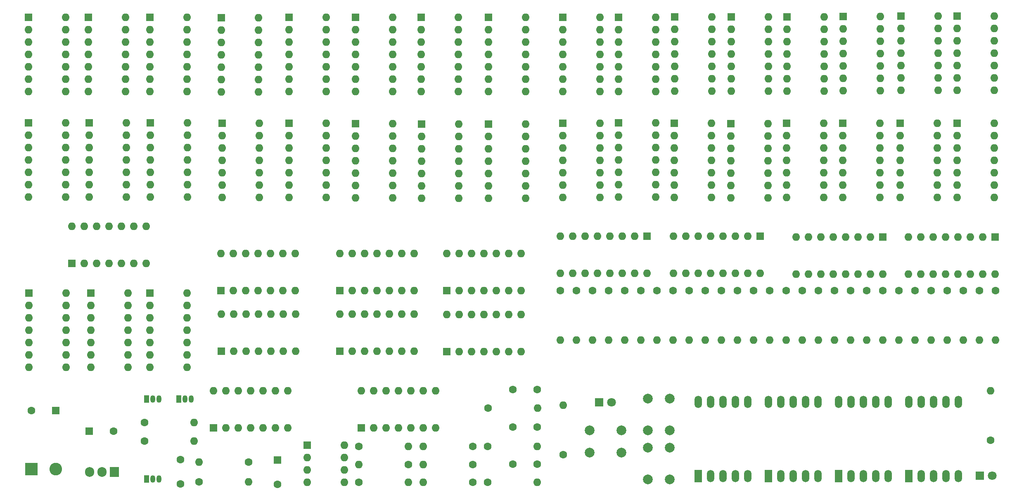
<source format=gbr>
%TF.GenerationSoftware,KiCad,Pcbnew,(6.0.1-0)*%
%TF.CreationDate,2023-01-05T11:23:12-08:00*%
%TF.ProjectId,DigitalClock,44696769-7461-46c4-936c-6f636b2e6b69,rev?*%
%TF.SameCoordinates,Original*%
%TF.FileFunction,Soldermask,Top*%
%TF.FilePolarity,Negative*%
%FSLAX46Y46*%
G04 Gerber Fmt 4.6, Leading zero omitted, Abs format (unit mm)*
G04 Created by KiCad (PCBNEW (6.0.1-0)) date 2023-01-05 11:23:12*
%MOMM*%
%LPD*%
G01*
G04 APERTURE LIST*
%ADD10R,1.050000X1.500000*%
%ADD11O,1.050000X1.500000*%
%ADD12R,1.600000X1.600000*%
%ADD13O,1.600000X1.600000*%
%ADD14R,1.524000X2.524000*%
%ADD15O,1.524000X2.524000*%
%ADD16C,1.600000*%
%ADD17R,1.905000X2.000000*%
%ADD18O,1.905000X2.000000*%
%ADD19C,2.000000*%
%ADD20R,1.800000X1.800000*%
%ADD21C,1.800000*%
%ADD22R,2.600000X2.600000*%
%ADD23C,2.600000*%
G04 APERTURE END LIST*
D10*
%TO.C,Q2*%
X63464600Y-121304100D03*
D11*
X64734600Y-121304100D03*
X66004600Y-121304100D03*
%TD*%
D12*
%TO.C,U5*%
X125054600Y-111642100D03*
D13*
X127594600Y-111642100D03*
X130134600Y-111642100D03*
X132674600Y-111642100D03*
X135214600Y-111642100D03*
X137754600Y-111642100D03*
X140294600Y-111642100D03*
X140294600Y-104022100D03*
X137754600Y-104022100D03*
X135214600Y-104022100D03*
X132674600Y-104022100D03*
X130134600Y-104022100D03*
X127594600Y-104022100D03*
X125054600Y-104022100D03*
%TD*%
D14*
%TO.C,U10*%
X205374400Y-137179100D03*
D15*
X207914400Y-137179100D03*
X210454400Y-137179100D03*
X212994400Y-137179100D03*
X215534400Y-137179100D03*
X215534400Y-121939100D03*
X212994400Y-121939100D03*
X210454400Y-121939100D03*
X207914400Y-121939100D03*
X205374400Y-121939100D03*
%TD*%
D12*
%TO.C,U51*%
X218145200Y-42706500D03*
D13*
X218145200Y-45246500D03*
X218145200Y-47786500D03*
X218145200Y-50326500D03*
X218145200Y-52866500D03*
X218145200Y-55406500D03*
X218145200Y-57946500D03*
X225765200Y-57946500D03*
X225765200Y-55406500D03*
X225765200Y-52866500D03*
X225765200Y-50326500D03*
X225765200Y-47786500D03*
X225765200Y-45246500D03*
X225765200Y-42706500D03*
%TD*%
D12*
%TO.C,U53*%
X229702200Y-42655700D03*
D13*
X229702200Y-45195700D03*
X229702200Y-47735700D03*
X229702200Y-50275700D03*
X229702200Y-52815700D03*
X229702200Y-55355700D03*
X229702200Y-57895700D03*
X237322200Y-57895700D03*
X237322200Y-55355700D03*
X237322200Y-52815700D03*
X237322200Y-50275700D03*
X237322200Y-47735700D03*
X237322200Y-45195700D03*
X237322200Y-42655700D03*
%TD*%
D12*
%TO.C,U33*%
X119735600Y-42940100D03*
D13*
X119735600Y-45480100D03*
X119735600Y-48020100D03*
X119735600Y-50560100D03*
X119735600Y-53100100D03*
X119735600Y-55640100D03*
X119735600Y-58180100D03*
X127355600Y-58180100D03*
X127355600Y-55640100D03*
X127355600Y-53100100D03*
X127355600Y-50560100D03*
X127355600Y-48020100D03*
X127355600Y-45480100D03*
X127355600Y-42940100D03*
%TD*%
D16*
%TO.C,R40*%
X221071600Y-99063700D03*
D13*
X221071600Y-109223700D03*
%TD*%
D16*
%TO.C,R30*%
X207863600Y-99063700D03*
D13*
X207863600Y-109223700D03*
%TD*%
D12*
%TO.C,U12*%
X237480000Y-88055500D03*
D13*
X234940000Y-88055500D03*
X232400000Y-88055500D03*
X229860000Y-88055500D03*
X227320000Y-88055500D03*
X224780000Y-88055500D03*
X222240000Y-88055500D03*
X219700000Y-88055500D03*
X219700000Y-95675500D03*
X222240000Y-95675500D03*
X224780000Y-95675500D03*
X227320000Y-95675500D03*
X229860000Y-95675500D03*
X232400000Y-95675500D03*
X234940000Y-95675500D03*
X237480000Y-95675500D03*
%TD*%
D12*
%TO.C,U21*%
X48143400Y-93481100D03*
D13*
X50683400Y-93481100D03*
X53223400Y-93481100D03*
X55763400Y-93481100D03*
X58303400Y-93481100D03*
X60843400Y-93481100D03*
X63383400Y-93481100D03*
X63383400Y-85861100D03*
X60843400Y-85861100D03*
X58303400Y-85861100D03*
X55763400Y-85861100D03*
X53223400Y-85861100D03*
X50683400Y-85861100D03*
X48143400Y-85861100D03*
%TD*%
D17*
%TO.C,U11*%
X56886000Y-136366300D03*
D18*
X54346000Y-136366300D03*
X51806000Y-136366300D03*
%TD*%
D19*
%TO.C,SW3*%
X166243600Y-131338300D03*
X166243600Y-137838300D03*
X170743600Y-131338300D03*
X170743600Y-137838300D03*
%TD*%
D12*
%TO.C,U25*%
X64236600Y-64657100D03*
D13*
X64236600Y-67197100D03*
X64236600Y-69737100D03*
X64236600Y-72277100D03*
X64236600Y-74817100D03*
X64236600Y-77357100D03*
X64236600Y-79897100D03*
X71856600Y-79897100D03*
X71856600Y-77357100D03*
X71856600Y-74817100D03*
X71856600Y-72277100D03*
X71856600Y-69737100D03*
X71856600Y-67197100D03*
X71856600Y-64657100D03*
%TD*%
D12*
%TO.C,U54*%
X107528600Y-127263100D03*
D13*
X110068600Y-127263100D03*
X112608600Y-127263100D03*
X115148600Y-127263100D03*
X117688600Y-127263100D03*
X120228600Y-127263100D03*
X122768600Y-127263100D03*
X122768600Y-119643100D03*
X120228600Y-119643100D03*
X117688600Y-119643100D03*
X115148600Y-119643100D03*
X112608600Y-119643100D03*
X110068600Y-119643100D03*
X107528600Y-119643100D03*
%TD*%
D12*
%TO.C,U18*%
X39217600Y-64657100D03*
D13*
X39217600Y-67197100D03*
X39217600Y-69737100D03*
X39217600Y-72277100D03*
X39217600Y-74817100D03*
X39217600Y-77357100D03*
X39217600Y-79897100D03*
X46837600Y-79897100D03*
X46837600Y-77357100D03*
X46837600Y-74817100D03*
X46837600Y-72277100D03*
X46837600Y-69737100D03*
X46837600Y-67197100D03*
X46837600Y-64657100D03*
%TD*%
D16*
%TO.C,R29*%
X187909600Y-99063700D03*
D13*
X187909600Y-109223700D03*
%TD*%
D12*
%TO.C,U35*%
X133604000Y-64834900D03*
D13*
X133604000Y-67374900D03*
X133604000Y-69914900D03*
X133604000Y-72454900D03*
X133604000Y-74994900D03*
X133604000Y-77534900D03*
X133604000Y-80074900D03*
X141224000Y-80074900D03*
X141224000Y-77534900D03*
X141224000Y-74994900D03*
X141224000Y-72454900D03*
X141224000Y-69914900D03*
X141224000Y-67374900D03*
X141224000Y-64834900D03*
%TD*%
D16*
%TO.C,R13*%
X148935600Y-132759500D03*
D13*
X148935600Y-122599500D03*
%TD*%
D19*
%TO.C,SW1*%
X166243600Y-127779900D03*
X166243600Y-121279900D03*
X170743600Y-121279900D03*
X170743600Y-127779900D03*
%TD*%
D12*
%TO.C,U41*%
X148818600Y-64682500D03*
D13*
X148818600Y-67222500D03*
X148818600Y-69762500D03*
X148818600Y-72302500D03*
X148818600Y-74842500D03*
X148818600Y-77382500D03*
X148818600Y-79922500D03*
X156438600Y-79922500D03*
X156438600Y-77382500D03*
X156438600Y-74842500D03*
X156438600Y-72302500D03*
X156438600Y-69762500D03*
X156438600Y-67222500D03*
X156438600Y-64682500D03*
%TD*%
D12*
%TO.C,U26*%
X92710000Y-64707900D03*
D13*
X92710000Y-67247900D03*
X92710000Y-69787900D03*
X92710000Y-72327900D03*
X92710000Y-74867900D03*
X92710000Y-77407900D03*
X92710000Y-79947900D03*
X100330000Y-79947900D03*
X100330000Y-77407900D03*
X100330000Y-74867900D03*
X100330000Y-72327900D03*
X100330000Y-69787900D03*
X100330000Y-67247900D03*
X100330000Y-64707900D03*
%TD*%
D12*
%TO.C,U38*%
X194665600Y-64687500D03*
D13*
X194665600Y-67227500D03*
X194665600Y-69767500D03*
X194665600Y-72307500D03*
X194665600Y-74847500D03*
X194665600Y-77387500D03*
X194665600Y-79927500D03*
X202285600Y-79927500D03*
X202285600Y-77387500D03*
X202285600Y-74847500D03*
X202285600Y-72307500D03*
X202285600Y-69767500D03*
X202285600Y-67227500D03*
X202285600Y-64687500D03*
%TD*%
D16*
%TO.C,R25*%
X178003600Y-99063700D03*
D13*
X178003600Y-109223700D03*
%TD*%
D14*
%TO.C,U14*%
X219750800Y-137179100D03*
D15*
X222290800Y-137179100D03*
X224830800Y-137179100D03*
X227370800Y-137179100D03*
X229910800Y-137179100D03*
X229910800Y-121939100D03*
X227370800Y-121939100D03*
X224830800Y-121939100D03*
X222290800Y-121939100D03*
X219750800Y-121939100D03*
%TD*%
D16*
%TO.C,R42*%
X237581600Y-99089100D03*
D13*
X237581600Y-109249100D03*
%TD*%
D12*
%TO.C,U8*%
X214452600Y-88040100D03*
D13*
X211912600Y-88040100D03*
X209372600Y-88040100D03*
X206832600Y-88040100D03*
X204292600Y-88040100D03*
X201752600Y-88040100D03*
X199212600Y-88040100D03*
X196672600Y-88040100D03*
X196672600Y-95660100D03*
X199212600Y-95660100D03*
X201752600Y-95660100D03*
X204292600Y-95660100D03*
X206832600Y-95660100D03*
X209372600Y-95660100D03*
X211912600Y-95660100D03*
X214452600Y-95660100D03*
%TD*%
D12*
%TO.C,U31*%
X78831600Y-111515100D03*
D13*
X81371600Y-111515100D03*
X83911600Y-111515100D03*
X86451600Y-111515100D03*
X88991600Y-111515100D03*
X91531600Y-111515100D03*
X94071600Y-111515100D03*
X94071600Y-103895100D03*
X91531600Y-103895100D03*
X88991600Y-103895100D03*
X86451600Y-103895100D03*
X83911600Y-103895100D03*
X81371600Y-103895100D03*
X78831600Y-103895100D03*
%TD*%
D16*
%TO.C,R3*%
X130393600Y-138449100D03*
D13*
X120233600Y-138449100D03*
%TD*%
D12*
%TO.C,U50*%
X171739400Y-42884300D03*
D13*
X171739400Y-45424300D03*
X171739400Y-47964300D03*
X171739400Y-50504300D03*
X171739400Y-53044300D03*
X171739400Y-55584300D03*
X171739400Y-58124300D03*
X179359400Y-58124300D03*
X179359400Y-55584300D03*
X179359400Y-53044300D03*
X179359400Y-50504300D03*
X179359400Y-47964300D03*
X179359400Y-45424300D03*
X179359400Y-42884300D03*
%TD*%
D10*
%TO.C,Q1*%
X63464600Y-137793100D03*
D11*
X64734600Y-137793100D03*
X66004600Y-137793100D03*
%TD*%
D12*
%TO.C,U17*%
X39217600Y-42940100D03*
D13*
X39217600Y-45480100D03*
X39217600Y-48020100D03*
X39217600Y-50560100D03*
X39217600Y-53100100D03*
X39217600Y-55640100D03*
X39217600Y-58180100D03*
X46837600Y-58180100D03*
X46837600Y-55640100D03*
X46837600Y-53100100D03*
X46837600Y-50560100D03*
X46837600Y-48020100D03*
X46837600Y-45480100D03*
X46837600Y-42940100D03*
%TD*%
D12*
%TO.C,U6*%
X189306600Y-87913100D03*
D13*
X186766600Y-87913100D03*
X184226600Y-87913100D03*
X181686600Y-87913100D03*
X179146600Y-87913100D03*
X176606600Y-87913100D03*
X174066600Y-87913100D03*
X171526600Y-87913100D03*
X171526600Y-95533100D03*
X174066600Y-95533100D03*
X176606600Y-95533100D03*
X179146600Y-95533100D03*
X181686600Y-95533100D03*
X184226600Y-95533100D03*
X186766600Y-95533100D03*
X189306600Y-95533100D03*
%TD*%
D16*
%TO.C,R20*%
X148285600Y-99063700D03*
D13*
X148285600Y-109223700D03*
%TD*%
D12*
%TO.C,U47*%
X160248600Y-64657100D03*
D13*
X160248600Y-67197100D03*
X160248600Y-69737100D03*
X160248600Y-72277100D03*
X160248600Y-74817100D03*
X160248600Y-77357100D03*
X160248600Y-79897100D03*
X167868600Y-79897100D03*
X167868600Y-77357100D03*
X167868600Y-74817100D03*
X167868600Y-72277100D03*
X167868600Y-69737100D03*
X167868600Y-67197100D03*
X167868600Y-64657100D03*
%TD*%
D20*
%TO.C,D2*%
X234350800Y-137077500D03*
D21*
X236890800Y-137077500D03*
%TD*%
D16*
%TO.C,R14*%
X63083600Y-126130100D03*
D13*
X73243600Y-126130100D03*
%TD*%
D19*
%TO.C,SW2*%
X160821600Y-127817100D03*
X154321600Y-127817100D03*
X160821600Y-132317100D03*
X154321600Y-132317100D03*
%TD*%
D12*
%TO.C,U4*%
X103083600Y-111515100D03*
D13*
X105623600Y-111515100D03*
X108163600Y-111515100D03*
X110703600Y-111515100D03*
X113243600Y-111515100D03*
X115783600Y-111515100D03*
X118323600Y-111515100D03*
X118323600Y-103895100D03*
X115783600Y-103895100D03*
X113243600Y-103895100D03*
X110703600Y-103895100D03*
X108163600Y-103895100D03*
X105623600Y-103895100D03*
X103083600Y-103895100D03*
%TD*%
D16*
%TO.C,R41*%
X217769600Y-99063700D03*
D13*
X217769600Y-109223700D03*
%TD*%
D16*
%TO.C,R12*%
X84419600Y-134258100D03*
D13*
X74259600Y-134258100D03*
%TD*%
D12*
%TO.C,U29*%
X133578600Y-42940100D03*
D13*
X133578600Y-45480100D03*
X133578600Y-48020100D03*
X133578600Y-50560100D03*
X133578600Y-53100100D03*
X133578600Y-55640100D03*
X133578600Y-58180100D03*
X141198600Y-58180100D03*
X141198600Y-55640100D03*
X141198600Y-53100100D03*
X141198600Y-50560100D03*
X141198600Y-48020100D03*
X141198600Y-45480100D03*
X141198600Y-42940100D03*
%TD*%
D16*
%TO.C,R19*%
X151587600Y-99063700D03*
D13*
X151587600Y-109223700D03*
%TD*%
D16*
%TO.C,R1*%
X130393600Y-134766100D03*
D13*
X120233600Y-134766100D03*
%TD*%
D16*
%TO.C,R37*%
X230977600Y-99063700D03*
D13*
X230977600Y-109223700D03*
%TD*%
D16*
%TO.C,C4*%
X143561600Y-134740700D03*
X138561600Y-134740700D03*
%TD*%
D12*
%TO.C,C6*%
X44882600Y-123717100D03*
D16*
X39882600Y-123717100D03*
%TD*%
D12*
%TO.C,U46*%
X229707600Y-64687500D03*
D13*
X229707600Y-67227500D03*
X229707600Y-69767500D03*
X229707600Y-72307500D03*
X229707600Y-74847500D03*
X229707600Y-77387500D03*
X229707600Y-79927500D03*
X237327600Y-79927500D03*
X237327600Y-77387500D03*
X237327600Y-74847500D03*
X237327600Y-72307500D03*
X237327600Y-69767500D03*
X237327600Y-67227500D03*
X237327600Y-64687500D03*
%TD*%
D12*
%TO.C,U39*%
X160223200Y-42914700D03*
D13*
X160223200Y-45454700D03*
X160223200Y-47994700D03*
X160223200Y-50534700D03*
X160223200Y-53074700D03*
X160223200Y-55614700D03*
X160223200Y-58154700D03*
X167843200Y-58154700D03*
X167843200Y-55614700D03*
X167843200Y-53074700D03*
X167843200Y-50534700D03*
X167843200Y-47994700D03*
X167843200Y-45454700D03*
X167843200Y-42914700D03*
%TD*%
D16*
%TO.C,R21*%
X168097600Y-99063700D03*
D13*
X168097600Y-109223700D03*
%TD*%
D16*
%TO.C,R4*%
X133441600Y-131083100D03*
D13*
X143601600Y-131083100D03*
%TD*%
D14*
%TO.C,U3*%
X176621600Y-137179100D03*
D15*
X179161600Y-137179100D03*
X181701600Y-137179100D03*
X184241600Y-137179100D03*
X186781600Y-137179100D03*
X186781600Y-121939100D03*
X184241600Y-121939100D03*
X181701600Y-121939100D03*
X179161600Y-121939100D03*
X176621600Y-121939100D03*
%TD*%
D12*
%TO.C,U24*%
X64119600Y-42940100D03*
D13*
X64119600Y-45480100D03*
X64119600Y-48020100D03*
X64119600Y-50560100D03*
X64119600Y-53100100D03*
X64119600Y-55640100D03*
X64119600Y-58180100D03*
X71739600Y-58180100D03*
X71739600Y-55640100D03*
X71739600Y-53100100D03*
X71739600Y-50560100D03*
X71739600Y-48020100D03*
X71739600Y-45480100D03*
X71739600Y-42940100D03*
%TD*%
D16*
%TO.C,R7*%
X107025600Y-131083100D03*
D13*
X117185600Y-131083100D03*
%TD*%
D12*
%TO.C,U27*%
X119837200Y-64834900D03*
D13*
X119837200Y-67374900D03*
X119837200Y-69914900D03*
X119837200Y-72454900D03*
X119837200Y-74994900D03*
X119837200Y-77534900D03*
X119837200Y-80074900D03*
X127457200Y-80074900D03*
X127457200Y-77534900D03*
X127457200Y-74994900D03*
X127457200Y-72454900D03*
X127457200Y-69914900D03*
X127457200Y-67374900D03*
X127457200Y-64834900D03*
%TD*%
D16*
%TO.C,R26*%
X174701600Y-99063700D03*
D13*
X174701600Y-109223700D03*
%TD*%
D12*
%TO.C,U43*%
X171668600Y-64687500D03*
D13*
X171668600Y-67227500D03*
X171668600Y-69767500D03*
X171668600Y-72307500D03*
X171668600Y-74847500D03*
X171668600Y-77387500D03*
X171668600Y-79927500D03*
X179288600Y-79927500D03*
X179288600Y-77387500D03*
X179288600Y-74847500D03*
X179288600Y-72307500D03*
X179288600Y-69767500D03*
X179288600Y-67227500D03*
X179288600Y-64687500D03*
%TD*%
D12*
%TO.C,U13*%
X103083600Y-99069100D03*
D13*
X105623600Y-99069100D03*
X108163600Y-99069100D03*
X110703600Y-99069100D03*
X113243600Y-99069100D03*
X115783600Y-99069100D03*
X118323600Y-99069100D03*
X118323600Y-91449100D03*
X115783600Y-91449100D03*
X113243600Y-91449100D03*
X110703600Y-91449100D03*
X108163600Y-91449100D03*
X105623600Y-91449100D03*
X103083600Y-91449100D03*
%TD*%
D12*
%TO.C,U2*%
X96367600Y-130839100D03*
D13*
X96367600Y-133379100D03*
X96367600Y-135919100D03*
X96367600Y-138459100D03*
X103987600Y-138459100D03*
X103987600Y-135919100D03*
X103987600Y-133379100D03*
X103987600Y-130839100D03*
%TD*%
D16*
%TO.C,R9*%
X107025600Y-138449100D03*
D13*
X117185600Y-138449100D03*
%TD*%
D16*
%TO.C,R27*%
X171399600Y-99063700D03*
D13*
X171399600Y-109223700D03*
%TD*%
D16*
%TO.C,R34*%
X194655600Y-99063700D03*
D13*
X194655600Y-109223700D03*
%TD*%
D14*
%TO.C,U7*%
X190998000Y-137179100D03*
D15*
X193538000Y-137179100D03*
X196078000Y-137179100D03*
X198618000Y-137179100D03*
X201158000Y-137179100D03*
X201158000Y-121939100D03*
X198618000Y-121939100D03*
X196078000Y-121939100D03*
X193538000Y-121939100D03*
X190998000Y-121939100D03*
%TD*%
D22*
%TO.C,J1*%
X39882600Y-135706100D03*
D23*
X44882600Y-135706100D03*
%TD*%
D12*
%TO.C,U23*%
X51663600Y-64657100D03*
D13*
X51663600Y-67197100D03*
X51663600Y-69737100D03*
X51663600Y-72277100D03*
X51663600Y-74817100D03*
X51663600Y-77357100D03*
X51663600Y-79897100D03*
X59283600Y-79897100D03*
X59283600Y-77357100D03*
X59283600Y-74817100D03*
X59283600Y-72277100D03*
X59283600Y-69737100D03*
X59283600Y-67197100D03*
X59283600Y-64657100D03*
%TD*%
D16*
%TO.C,R11*%
X63083600Y-129940100D03*
D13*
X73243600Y-129940100D03*
%TD*%
D16*
%TO.C,R6*%
X133441600Y-138449100D03*
D13*
X143601600Y-138449100D03*
%TD*%
D12*
%TO.C,U32*%
X78704600Y-99069100D03*
D13*
X81244600Y-99069100D03*
X83784600Y-99069100D03*
X86324600Y-99069100D03*
X88864600Y-99069100D03*
X91404600Y-99069100D03*
X93944600Y-99069100D03*
X93944600Y-91449100D03*
X91404600Y-91449100D03*
X88864600Y-91449100D03*
X86324600Y-91449100D03*
X83784600Y-91449100D03*
X81244600Y-91449100D03*
X78704600Y-91449100D03*
%TD*%
D12*
%TO.C,U19*%
X39344600Y-99582100D03*
D13*
X39344600Y-102122100D03*
X39344600Y-104662100D03*
X39344600Y-107202100D03*
X39344600Y-109742100D03*
X39344600Y-112282100D03*
X39344600Y-114822100D03*
X46964600Y-114822100D03*
X46964600Y-112282100D03*
X46964600Y-109742100D03*
X46964600Y-107202100D03*
X46964600Y-104662100D03*
X46964600Y-102122100D03*
X46964600Y-99582100D03*
%TD*%
D12*
%TO.C,U9*%
X77175600Y-127263100D03*
D13*
X79715600Y-127263100D03*
X82255600Y-127263100D03*
X84795600Y-127263100D03*
X87335600Y-127263100D03*
X89875600Y-127263100D03*
X92415600Y-127263100D03*
X92415600Y-119643100D03*
X89875600Y-119643100D03*
X87335600Y-119643100D03*
X84795600Y-119643100D03*
X82255600Y-119643100D03*
X79715600Y-119643100D03*
X77175600Y-119643100D03*
%TD*%
D16*
%TO.C,R16*%
X161493600Y-99063700D03*
D13*
X161493600Y-109223700D03*
%TD*%
D12*
%TO.C,U40*%
X218023600Y-64687500D03*
D13*
X218023600Y-67227500D03*
X218023600Y-69767500D03*
X218023600Y-72307500D03*
X218023600Y-74847500D03*
X218023600Y-77387500D03*
X218023600Y-79927500D03*
X225643600Y-79927500D03*
X225643600Y-77387500D03*
X225643600Y-74847500D03*
X225643600Y-72307500D03*
X225643600Y-69767500D03*
X225643600Y-67227500D03*
X225643600Y-64687500D03*
%TD*%
D16*
%TO.C,R28*%
X191211600Y-99063700D03*
D13*
X191211600Y-109223700D03*
%TD*%
D10*
%TO.C,Q3*%
X70068600Y-121304100D03*
D11*
X71338600Y-121304100D03*
X72608600Y-121304100D03*
%TD*%
D16*
%TO.C,R24*%
X181305600Y-99063700D03*
D13*
X181305600Y-109223700D03*
%TD*%
D16*
%TO.C,C2*%
X143561600Y-127095300D03*
X138561600Y-127095300D03*
%TD*%
D12*
%TO.C,U30*%
X78968600Y-64682500D03*
D13*
X78968600Y-67222500D03*
X78968600Y-69762500D03*
X78968600Y-72302500D03*
X78968600Y-74842500D03*
X78968600Y-77382500D03*
X78968600Y-79922500D03*
X86588600Y-79922500D03*
X86588600Y-77382500D03*
X86588600Y-74842500D03*
X86588600Y-72302500D03*
X86588600Y-69762500D03*
X86588600Y-67222500D03*
X86588600Y-64682500D03*
%TD*%
D12*
%TO.C,U52*%
X183301800Y-64763700D03*
D13*
X183301800Y-67303700D03*
X183301800Y-69843700D03*
X183301800Y-72383700D03*
X183301800Y-74923700D03*
X183301800Y-77463700D03*
X183301800Y-80003700D03*
X190921800Y-80003700D03*
X190921800Y-77463700D03*
X190921800Y-74923700D03*
X190921800Y-72383700D03*
X190921800Y-69843700D03*
X190921800Y-67303700D03*
X190921800Y-64763700D03*
%TD*%
D12*
%TO.C,C5*%
X90312400Y-133840900D03*
D16*
X90312400Y-138840900D03*
%TD*%
D12*
%TO.C,U22*%
X51546600Y-42940100D03*
D13*
X51546600Y-45480100D03*
X51546600Y-48020100D03*
X51546600Y-50560100D03*
X51546600Y-53100100D03*
X51546600Y-55640100D03*
X51546600Y-58180100D03*
X59166600Y-58180100D03*
X59166600Y-55640100D03*
X59166600Y-53100100D03*
X59166600Y-50560100D03*
X59166600Y-48020100D03*
X59166600Y-45480100D03*
X59166600Y-42940100D03*
%TD*%
D12*
%TO.C,U48*%
X183372600Y-42833500D03*
D13*
X183372600Y-45373500D03*
X183372600Y-47913500D03*
X183372600Y-50453500D03*
X183372600Y-52993500D03*
X183372600Y-55533500D03*
X183372600Y-58073500D03*
X190992600Y-58073500D03*
X190992600Y-55533500D03*
X190992600Y-52993500D03*
X190992600Y-50453500D03*
X190992600Y-47913500D03*
X190992600Y-45373500D03*
X190992600Y-42833500D03*
%TD*%
D12*
%TO.C,U42*%
X194751800Y-42833500D03*
D13*
X194751800Y-45373500D03*
X194751800Y-47913500D03*
X194751800Y-50453500D03*
X194751800Y-52993500D03*
X194751800Y-55533500D03*
X194751800Y-58073500D03*
X202371800Y-58073500D03*
X202371800Y-55533500D03*
X202371800Y-52993500D03*
X202371800Y-50453500D03*
X202371800Y-47913500D03*
X202371800Y-45373500D03*
X202371800Y-42833500D03*
%TD*%
D12*
%TO.C,U45*%
X206212600Y-64687500D03*
D13*
X206212600Y-67227500D03*
X206212600Y-69767500D03*
X206212600Y-72307500D03*
X206212600Y-74847500D03*
X206212600Y-77387500D03*
X206212600Y-79927500D03*
X213832600Y-79927500D03*
X213832600Y-77387500D03*
X213832600Y-74847500D03*
X213832600Y-72307500D03*
X213832600Y-69767500D03*
X213832600Y-67227500D03*
X213832600Y-64687500D03*
%TD*%
D12*
%TO.C,U15*%
X125054600Y-99069100D03*
D13*
X127594600Y-99069100D03*
X130134600Y-99069100D03*
X132674600Y-99069100D03*
X135214600Y-99069100D03*
X137754600Y-99069100D03*
X140294600Y-99069100D03*
X140294600Y-91449100D03*
X137754600Y-91449100D03*
X135214600Y-91449100D03*
X132674600Y-91449100D03*
X130134600Y-91449100D03*
X127594600Y-91449100D03*
X125054600Y-91449100D03*
%TD*%
D16*
%TO.C,R31*%
X204561600Y-99053700D03*
D13*
X204561600Y-109213700D03*
%TD*%
D16*
%TO.C,R33*%
X197957600Y-99063700D03*
D13*
X197957600Y-109223700D03*
%TD*%
D16*
%TO.C,R10*%
X74259600Y-138322100D03*
D13*
X84419600Y-138322100D03*
%TD*%
D16*
%TO.C,R38*%
X227675600Y-99063700D03*
D13*
X227675600Y-109223700D03*
%TD*%
D16*
%TO.C,C1*%
X70449600Y-138790100D03*
X70449600Y-133790100D03*
%TD*%
D12*
%TO.C,U1*%
X166065600Y-87938500D03*
D13*
X163525600Y-87938500D03*
X160985600Y-87938500D03*
X158445600Y-87938500D03*
X155905600Y-87938500D03*
X153365600Y-87938500D03*
X150825600Y-87938500D03*
X148285600Y-87938500D03*
X148285600Y-95558500D03*
X150825600Y-95558500D03*
X153365600Y-95558500D03*
X155905600Y-95558500D03*
X158445600Y-95558500D03*
X160985600Y-95558500D03*
X163525600Y-95558500D03*
X166065600Y-95558500D03*
%TD*%
D16*
%TO.C,R35*%
X214467600Y-99053700D03*
D13*
X214467600Y-109213700D03*
%TD*%
D12*
%TO.C,U34*%
X106349800Y-64784100D03*
D13*
X106349800Y-67324100D03*
X106349800Y-69864100D03*
X106349800Y-72404100D03*
X106349800Y-74944100D03*
X106349800Y-77484100D03*
X106349800Y-80024100D03*
X113969800Y-80024100D03*
X113969800Y-77484100D03*
X113969800Y-74944100D03*
X113969800Y-72404100D03*
X113969800Y-69864100D03*
X113969800Y-67324100D03*
X113969800Y-64784100D03*
%TD*%
D12*
%TO.C,U36*%
X78816200Y-42990900D03*
D13*
X78816200Y-45530900D03*
X78816200Y-48070900D03*
X78816200Y-50610900D03*
X78816200Y-53150900D03*
X78816200Y-55690900D03*
X78816200Y-58230900D03*
X86436200Y-58230900D03*
X86436200Y-55690900D03*
X86436200Y-53150900D03*
X86436200Y-50610900D03*
X86436200Y-48070900D03*
X86436200Y-45530900D03*
X86436200Y-42990900D03*
%TD*%
D16*
%TO.C,R2*%
X130393600Y-131083100D03*
D13*
X120233600Y-131083100D03*
%TD*%
D16*
%TO.C,R8*%
X117185600Y-134766100D03*
D13*
X107025600Y-134766100D03*
%TD*%
D16*
%TO.C,R39*%
X224373600Y-99063700D03*
D13*
X224373600Y-109223700D03*
%TD*%
D16*
%TO.C,R22*%
X164795600Y-99063700D03*
D13*
X164795600Y-109223700D03*
%TD*%
D16*
%TO.C,R36*%
X211165600Y-99053700D03*
D13*
X211165600Y-109213700D03*
%TD*%
D16*
%TO.C,R15*%
X236540200Y-129813100D03*
D13*
X236540200Y-119653100D03*
%TD*%
D16*
%TO.C,C3*%
X143601600Y-119399100D03*
X138601600Y-119399100D03*
%TD*%
%TO.C,R5*%
X133481600Y-123209100D03*
D13*
X143641600Y-123209100D03*
%TD*%
D16*
%TO.C,R23*%
X184607600Y-99063700D03*
D13*
X184607600Y-109223700D03*
%TD*%
D12*
%TO.C,U49*%
X206283400Y-42757300D03*
D13*
X206283400Y-45297300D03*
X206283400Y-47837300D03*
X206283400Y-50377300D03*
X206283400Y-52917300D03*
X206283400Y-55457300D03*
X206283400Y-57997300D03*
X213903400Y-57997300D03*
X213903400Y-55457300D03*
X213903400Y-52917300D03*
X213903400Y-50377300D03*
X213903400Y-47837300D03*
X213903400Y-45297300D03*
X213903400Y-42757300D03*
%TD*%
D16*
%TO.C,R43*%
X234279600Y-99089100D03*
D13*
X234279600Y-109249100D03*
%TD*%
D12*
%TO.C,U16*%
X52054600Y-99577100D03*
D13*
X52054600Y-102117100D03*
X52054600Y-104657100D03*
X52054600Y-107197100D03*
X52054600Y-109737100D03*
X52054600Y-112277100D03*
X52054600Y-114817100D03*
X59674600Y-114817100D03*
X59674600Y-112277100D03*
X59674600Y-109737100D03*
X59674600Y-107197100D03*
X59674600Y-104657100D03*
X59674600Y-102117100D03*
X59674600Y-99577100D03*
%TD*%
D12*
%TO.C,U44*%
X148793200Y-42914700D03*
D13*
X148793200Y-45454700D03*
X148793200Y-47994700D03*
X148793200Y-50534700D03*
X148793200Y-53074700D03*
X148793200Y-55614700D03*
X148793200Y-58154700D03*
X156413200Y-58154700D03*
X156413200Y-55614700D03*
X156413200Y-53074700D03*
X156413200Y-50534700D03*
X156413200Y-47994700D03*
X156413200Y-45454700D03*
X156413200Y-42914700D03*
%TD*%
D16*
%TO.C,R32*%
X201259600Y-99063700D03*
D13*
X201259600Y-109223700D03*
%TD*%
D12*
%TO.C,U37*%
X92674600Y-42945100D03*
D13*
X92674600Y-45485100D03*
X92674600Y-48025100D03*
X92674600Y-50565100D03*
X92674600Y-53105100D03*
X92674600Y-55645100D03*
X92674600Y-58185100D03*
X100294600Y-58185100D03*
X100294600Y-55645100D03*
X100294600Y-53105100D03*
X100294600Y-50565100D03*
X100294600Y-48025100D03*
X100294600Y-45485100D03*
X100294600Y-42945100D03*
%TD*%
D12*
%TO.C,U20*%
X64109600Y-99582100D03*
D13*
X64109600Y-102122100D03*
X64109600Y-104662100D03*
X64109600Y-107202100D03*
X64109600Y-109742100D03*
X64109600Y-112282100D03*
X64109600Y-114822100D03*
X71729600Y-114822100D03*
X71729600Y-112282100D03*
X71729600Y-109742100D03*
X71729600Y-107202100D03*
X71729600Y-104662100D03*
X71729600Y-102122100D03*
X71729600Y-99582100D03*
%TD*%
D12*
%TO.C,U28*%
X106273600Y-42940100D03*
D13*
X106273600Y-45480100D03*
X106273600Y-48020100D03*
X106273600Y-50560100D03*
X106273600Y-53100100D03*
X106273600Y-55640100D03*
X106273600Y-58180100D03*
X113893600Y-58180100D03*
X113893600Y-55640100D03*
X113893600Y-53100100D03*
X113893600Y-50560100D03*
X113893600Y-48020100D03*
X113893600Y-45480100D03*
X113893600Y-42940100D03*
%TD*%
D12*
%TO.C,C7*%
X51719000Y-127908100D03*
D16*
X56719000Y-127908100D03*
%TD*%
D20*
%TO.C,D1*%
X156296600Y-122040700D03*
D21*
X158836600Y-122040700D03*
%TD*%
D16*
%TO.C,R17*%
X158191600Y-99063700D03*
D13*
X158191600Y-109223700D03*
%TD*%
D16*
%TO.C,R18*%
X154889600Y-99063700D03*
D13*
X154889600Y-109223700D03*
%TD*%
M02*

</source>
